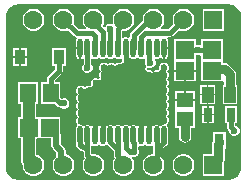
<source format=gtl>
G04*
G04 #@! TF.GenerationSoftware,Altium Limited,Altium Designer,23.2.1 (34)*
G04*
G04 Layer_Physical_Order=1*
G04 Layer_Color=255*
%FSLAX44Y44*%
%MOMM*%
G71*
G04*
G04 #@! TF.SameCoordinates,7A8B7A28-FB81-42DE-AEC7-513869FFDE84*
G04*
G04*
G04 #@! TF.FilePolarity,Positive*
G04*
G01*
G75*
%ADD15R,1.5500X1.5000*%
%ADD16R,1.4562X1.3046*%
%ADD17O,0.4500X1.6000*%
%ADD18R,1.0065X1.4082*%
%ADD19R,0.8000X1.1430*%
%ADD20R,0.9100X1.2200*%
%ADD21R,1.4000X1.5500*%
%ADD22R,1.5000X1.5500*%
%ADD31C,0.3810*%
%ADD32C,1.0160*%
%ADD33C,0.5080*%
%ADD34C,0.7620*%
%ADD35C,1.6000*%
%ADD36R,1.6000X1.6000*%
%ADD37C,0.6000*%
G36*
X264680Y222433D02*
X264817Y222430D01*
X264956Y222425D01*
X265113Y222416D01*
X265293Y222404D01*
X265468Y222389D01*
X265755Y222357D01*
X266640Y222248D01*
X268048Y221816D01*
X268733Y221532D01*
X269985Y220893D01*
X271431Y219802D01*
X272434Y218724D01*
X272885Y218136D01*
X273650Y216956D01*
X274356Y215288D01*
X274685Y213854D01*
X274782Y213119D01*
X274811Y212554D01*
X274816Y212421D01*
X274819Y212292D01*
X274821Y212082D01*
Y84389D01*
X274819Y84254D01*
X274816Y84117D01*
X274810Y83979D01*
X274802Y83821D01*
X274790Y83641D01*
X274774Y83466D01*
X274743Y83179D01*
X274634Y82294D01*
X274202Y80886D01*
X273918Y80201D01*
X273279Y78949D01*
X272188Y77503D01*
X271110Y76500D01*
X270522Y76049D01*
X269342Y75284D01*
X267673Y74578D01*
X266240Y74249D01*
X265505Y74152D01*
X264939Y74123D01*
X264807Y74118D01*
X264678Y74115D01*
X264468Y74113D01*
X85975Y74113D01*
X85840Y74115D01*
X85703Y74119D01*
X85564Y74124D01*
X85407Y74132D01*
X85227Y74145D01*
X85051Y74160D01*
X84765Y74191D01*
X83880Y74301D01*
X82472Y74732D01*
X81786Y75016D01*
X80535Y75655D01*
X79089Y76747D01*
X78086Y77824D01*
X77635Y78412D01*
X76870Y79592D01*
X76164Y81261D01*
X75835Y82695D01*
X75738Y83430D01*
X75709Y83995D01*
X75704Y84127D01*
X75701Y84256D01*
X75699Y84466D01*
X75699Y212159D01*
X75701Y212294D01*
X75704Y212432D01*
X75710Y212570D01*
X75718Y212727D01*
X75730Y212907D01*
X75746Y213083D01*
X75777Y213369D01*
X75886Y214254D01*
X76318Y215662D01*
X76602Y216348D01*
X77241Y217599D01*
X78332Y219045D01*
X79410Y220048D01*
X79998Y220499D01*
X81178Y221264D01*
X82846Y221970D01*
X84281Y222300D01*
X85015Y222396D01*
X85581Y222425D01*
X85713Y222430D01*
X85842Y222433D01*
X86052Y222435D01*
X264545D01*
X264680Y222433D01*
D02*
G37*
%LPC*%
G36*
X227280Y218820D02*
X224839D01*
X222482Y218188D01*
X220368Y216968D01*
X218642Y215242D01*
X217422Y213128D01*
X216790Y210770D01*
Y208330D01*
X217422Y205972D01*
X217598Y205666D01*
X213544Y201612D01*
X207628D01*
X207102Y202882D01*
X208078Y203858D01*
X209298Y205972D01*
X209930Y208330D01*
Y210770D01*
X209298Y213128D01*
X208078Y215242D01*
X206352Y216968D01*
X204238Y218188D01*
X201880Y218820D01*
X199440D01*
X197082Y218188D01*
X194968Y216968D01*
X193242Y215242D01*
X192022Y213128D01*
X191390Y210770D01*
Y208668D01*
X181583Y198861D01*
X180881Y197811D01*
X180635Y196572D01*
Y194716D01*
X180618Y194700D01*
X179365Y194154D01*
X178613Y194656D01*
X177240Y194929D01*
X175867Y194656D01*
X175247Y194242D01*
X173977Y194905D01*
Y200232D01*
X174040Y200280D01*
X176480D01*
X178838Y200912D01*
X180952Y202132D01*
X182678Y203858D01*
X183898Y205972D01*
X184530Y208330D01*
Y210770D01*
X183898Y213128D01*
X182678Y215242D01*
X180952Y216968D01*
X178838Y218188D01*
X176480Y218820D01*
X174039D01*
X171682Y218188D01*
X169568Y216968D01*
X167842Y215242D01*
X166622Y213128D01*
X165990Y210770D01*
Y208330D01*
X166381Y206870D01*
X165317Y205936D01*
X164679Y206200D01*
X162981D01*
X161411Y205550D01*
X160210Y204349D01*
X159876Y203543D01*
X158387Y203236D01*
X157456Y204167D01*
X158498Y205972D01*
X159130Y208330D01*
Y210770D01*
X158498Y213128D01*
X157278Y215242D01*
X155552Y216968D01*
X153438Y218188D01*
X151080Y218820D01*
X148639D01*
X146282Y218188D01*
X144168Y216968D01*
X142442Y215242D01*
X141222Y213128D01*
X140590Y210770D01*
Y208330D01*
X141222Y205972D01*
X142442Y203858D01*
X143673Y202627D01*
X143147Y201357D01*
X137231D01*
X132922Y205666D01*
X133098Y205972D01*
X133730Y208330D01*
Y210770D01*
X133098Y213128D01*
X131878Y215242D01*
X130152Y216968D01*
X128038Y218188D01*
X125680Y218820D01*
X123239D01*
X120882Y218188D01*
X118768Y216968D01*
X117042Y215242D01*
X115822Y213128D01*
X115190Y210770D01*
Y208330D01*
X115822Y205972D01*
X117042Y203858D01*
X118768Y202132D01*
X120882Y200912D01*
X123239Y200280D01*
X125680D01*
X128038Y200912D01*
X128344Y201088D01*
X133601Y195831D01*
X134651Y195129D01*
X135143Y195031D01*
X135365Y194572D01*
X135553Y193655D01*
X134924Y192713D01*
X134651Y191340D01*
Y186225D01*
X138240D01*
Y185590D01*
X138875D01*
Y176377D01*
X139613Y176524D01*
X140233Y176938D01*
X141503Y176275D01*
Y171672D01*
X141160Y171329D01*
X140510Y169759D01*
Y168061D01*
X141160Y166491D01*
X142361Y165290D01*
X143931Y164640D01*
X145629D01*
X147199Y165290D01*
X148400Y166491D01*
X149050Y168061D01*
Y169759D01*
X148400Y171329D01*
X147977Y171751D01*
Y176275D01*
X149247Y176938D01*
X149867Y176524D01*
X151240Y176251D01*
X152613Y176524D01*
X153778Y177302D01*
X153855Y177418D01*
X155125D01*
X155202Y177302D01*
X156367Y176524D01*
X157740Y176251D01*
X159113Y176524D01*
X160278Y177302D01*
X160355Y177418D01*
X161625D01*
X161702Y177302D01*
X162867Y176524D01*
X164240Y176251D01*
X165613Y176524D01*
X166707Y177255D01*
X167064Y177418D01*
X167916D01*
X168273Y177255D01*
X169367Y176524D01*
X170740Y176251D01*
X172113Y176524D01*
X172733Y176938D01*
X174003Y176275D01*
Y173849D01*
X172733Y173000D01*
X172299Y173180D01*
X170601D01*
X169031Y172530D01*
X168275Y171774D01*
X167519Y172530D01*
X165949Y173180D01*
X164251D01*
X162681Y172530D01*
X161925Y171774D01*
X161169Y172530D01*
X159599Y173180D01*
X157901D01*
X156331Y172530D01*
X155130Y171329D01*
X154480Y169759D01*
Y168061D01*
X155130Y166491D01*
X155886Y165735D01*
X155130Y164979D01*
X154480Y163409D01*
Y161711D01*
X154969Y160530D01*
X154095Y159517D01*
X152974Y159982D01*
X151275D01*
X149706Y159332D01*
X148505Y158130D01*
X147855Y156561D01*
Y154862D01*
X148038Y154421D01*
X147066Y153449D01*
X146624Y153632D01*
X144925D01*
X143356Y152982D01*
X142600Y152225D01*
X141843Y152982D01*
X140274Y153632D01*
X138575D01*
X137006Y152982D01*
X135805Y151780D01*
X135155Y150211D01*
Y148512D01*
X135805Y146943D01*
X136561Y146187D01*
X135805Y145430D01*
X135155Y143861D01*
Y142162D01*
X135805Y140593D01*
X136561Y139837D01*
X135805Y139080D01*
X135155Y137511D01*
Y135812D01*
X135805Y134243D01*
X136561Y133487D01*
X135805Y132730D01*
X135155Y131161D01*
Y129462D01*
X135805Y127893D01*
X136561Y127137D01*
X135805Y126380D01*
X135155Y124811D01*
Y123112D01*
X135805Y121543D01*
X136054Y121294D01*
X135930Y120030D01*
X135702Y119878D01*
X134924Y118713D01*
X134651Y117340D01*
Y105840D01*
X134924Y104467D01*
X135135Y104151D01*
Y103832D01*
X135381Y102593D01*
X136083Y101543D01*
X138315Y99311D01*
X139365Y98609D01*
X140604Y98363D01*
X140859D01*
X141503Y97719D01*
Y94778D01*
X141749Y93540D01*
X142451Y92490D01*
X142665Y92275D01*
X142442Y92052D01*
X141222Y89938D01*
X140590Y87580D01*
Y85140D01*
X141222Y82782D01*
X142442Y80668D01*
X144168Y78942D01*
X146282Y77722D01*
X148639Y77090D01*
X151080D01*
X153438Y77722D01*
X155552Y78942D01*
X157278Y80668D01*
X158498Y82782D01*
X159130Y85140D01*
Y87580D01*
X158498Y89938D01*
X157278Y92052D01*
X155552Y93778D01*
X153438Y94998D01*
X151080Y95630D01*
X148640D01*
X147977Y96669D01*
Y102275D01*
X149247Y102938D01*
X149867Y102524D01*
X151240Y102251D01*
X152613Y102524D01*
X153707Y103255D01*
X154064Y103418D01*
X154916D01*
X155273Y103255D01*
X156367Y102524D01*
X157740Y102251D01*
X159113Y102524D01*
X160207Y103255D01*
X160564Y103418D01*
X161416D01*
X161773Y103255D01*
X162867Y102524D01*
X163005Y102497D01*
X166943Y98559D01*
Y94739D01*
X167189Y93500D01*
X167891Y92450D01*
X168065Y92275D01*
X167842Y92052D01*
X166622Y89938D01*
X165990Y87580D01*
Y85140D01*
X166622Y82782D01*
X167842Y80668D01*
X169568Y78942D01*
X171682Y77722D01*
X174039Y77090D01*
X176480D01*
X178838Y77722D01*
X180952Y78942D01*
X182678Y80668D01*
X183898Y82782D01*
X184530Y85140D01*
Y87580D01*
X183898Y89938D01*
X182678Y92052D01*
X182078Y92652D01*
X182797Y93729D01*
X183301Y93520D01*
X184999D01*
X186569Y94170D01*
X187770Y95371D01*
X188420Y96941D01*
Y98639D01*
X187770Y100209D01*
X187387Y100591D01*
Y101985D01*
X188657Y102664D01*
X188867Y102524D01*
X190240Y102251D01*
X191613Y102524D01*
X192707Y103255D01*
X193064Y103418D01*
X193916D01*
X194273Y103255D01*
X195367Y102524D01*
X196740Y102251D01*
X198113Y102524D01*
X198733Y102938D01*
X200003Y102275D01*
Y95630D01*
X199440D01*
X197082Y94998D01*
X194968Y93778D01*
X193242Y92052D01*
X192022Y89938D01*
X191390Y87580D01*
Y85140D01*
X192022Y82782D01*
X193242Y80668D01*
X194968Y78942D01*
X197082Y77722D01*
X199440Y77090D01*
X201880D01*
X204238Y77722D01*
X206352Y78942D01*
X208078Y80668D01*
X209298Y82782D01*
X209930Y85140D01*
Y87580D01*
X209298Y89938D01*
X208078Y92052D01*
X206477Y93652D01*
Y97999D01*
X210975Y102497D01*
X211113Y102524D01*
X212278Y103302D01*
X213056Y104467D01*
X213329Y105840D01*
Y117340D01*
X213056Y118713D01*
X212427Y119655D01*
X212292Y120005D01*
X212431Y121303D01*
X213170Y122041D01*
X213820Y123611D01*
Y125309D01*
X213170Y126879D01*
X212414Y127635D01*
X213170Y128391D01*
X213820Y129961D01*
Y131659D01*
X213170Y133229D01*
X212414Y133985D01*
X213170Y134741D01*
X213820Y136311D01*
Y138009D01*
X213170Y139579D01*
X212414Y140335D01*
X213170Y141091D01*
X213820Y142661D01*
Y144359D01*
X213170Y145929D01*
X212414Y146685D01*
X213170Y147441D01*
X213820Y149011D01*
Y150709D01*
X213170Y152279D01*
X212414Y153035D01*
X213170Y153791D01*
X213820Y155361D01*
Y157059D01*
X213170Y158629D01*
X212414Y159385D01*
X213170Y160141D01*
X213820Y161711D01*
Y163409D01*
X213170Y164979D01*
X212414Y165735D01*
X213170Y166491D01*
X213820Y168061D01*
Y169759D01*
X213170Y171329D01*
X211969Y172530D01*
X210399Y173180D01*
X208701D01*
X207131Y172530D01*
X205930Y171329D01*
X205280Y169759D01*
Y168061D01*
X205463Y167619D01*
X204491Y166647D01*
X204049Y166830D01*
X202351D01*
X200781Y166180D01*
X200025Y165424D01*
X199269Y166180D01*
X197699Y166830D01*
X196001D01*
X195081Y167824D01*
X195078Y167968D01*
X195147Y168194D01*
X196434Y168797D01*
X197271Y168450D01*
X198969D01*
X200539Y169100D01*
X201740Y170301D01*
X202390Y171871D01*
Y173569D01*
X201740Y175139D01*
X201562Y175317D01*
X202221Y176454D01*
X202605Y176377D01*
Y185590D01*
X203875D01*
Y176377D01*
X204613Y176524D01*
X205778Y177302D01*
X205855Y177418D01*
X207125D01*
X207202Y177302D01*
X208367Y176524D01*
X209105Y176377D01*
Y185590D01*
X209740D01*
Y186225D01*
X213329D01*
Y191340D01*
X213056Y192713D01*
X212278Y193878D01*
X212678Y195138D01*
X214885D01*
X216124Y195384D01*
X217174Y196086D01*
X222176Y201088D01*
X222482Y200912D01*
X224839Y200280D01*
X227280D01*
X229638Y200912D01*
X231752Y202132D01*
X233478Y203858D01*
X234698Y205972D01*
X235330Y208330D01*
Y210770D01*
X234698Y213128D01*
X233478Y215242D01*
X231752Y216968D01*
X229638Y218188D01*
X227280Y218820D01*
D02*
G37*
G36*
X260730D02*
X242190D01*
Y200280D01*
X260730D01*
Y218820D01*
D02*
G37*
G36*
X100280D02*
X97839D01*
X95482Y218188D01*
X93368Y216968D01*
X91642Y215242D01*
X90422Y213128D01*
X89790Y210770D01*
Y208330D01*
X90422Y205972D01*
X91642Y203858D01*
X93368Y202132D01*
X95482Y200912D01*
X97839Y200280D01*
X100280D01*
X102638Y200912D01*
X104752Y202132D01*
X106478Y203858D01*
X107698Y205972D01*
X108330Y208330D01*
Y210770D01*
X107698Y213128D01*
X106478Y215242D01*
X104752Y216968D01*
X102638Y218188D01*
X100280Y218820D01*
D02*
G37*
G36*
X259210Y193030D02*
X241170D01*
Y189125D01*
X239900Y188277D01*
X239554Y188420D01*
X237856D01*
X237406Y188234D01*
X236350Y188939D01*
Y192920D01*
X218310D01*
Y176190D01*
X218310Y175380D01*
X218310Y174110D01*
Y166785D01*
X236350D01*
Y174110D01*
X236350Y174920D01*
X236350Y176190D01*
Y179361D01*
X237406Y180066D01*
X237856Y179880D01*
X239554D01*
X239900Y180023D01*
X241170Y179175D01*
X241170Y175490D01*
X241170Y174220D01*
Y157490D01*
X259210D01*
X260250Y156936D01*
Y154361D01*
X259128D01*
Y137739D01*
X271733D01*
Y154361D01*
X270609D01*
Y163176D01*
X270215Y165158D01*
X269093Y166839D01*
X264629Y171303D01*
X262948Y172425D01*
X260966Y172819D01*
X260108D01*
X259210Y173718D01*
X259210Y175030D01*
X259210Y176300D01*
Y193030D01*
D02*
G37*
G36*
X93610Y185170D02*
X88425D01*
Y178435D01*
X93610D01*
Y185170D01*
D02*
G37*
G36*
X87155D02*
X81970D01*
Y178435D01*
X87155D01*
Y185170D01*
D02*
G37*
G36*
X213329Y184955D02*
X210375D01*
Y176377D01*
X211113Y176524D01*
X212278Y177302D01*
X213056Y178467D01*
X213329Y179840D01*
Y184955D01*
D02*
G37*
G36*
X137605D02*
X134651D01*
Y179840D01*
X134924Y178467D01*
X135702Y177302D01*
X136867Y176524D01*
X137605Y176377D01*
Y184955D01*
D02*
G37*
G36*
X93610Y177165D02*
X88425D01*
Y170430D01*
X93610D01*
Y177165D01*
D02*
G37*
G36*
X87155D02*
X81970D01*
Y170430D01*
X87155D01*
Y177165D01*
D02*
G37*
G36*
X236350Y165515D02*
X227965D01*
Y157380D01*
X236350D01*
Y165515D01*
D02*
G37*
G36*
X226695D02*
X218310D01*
Y157380D01*
X226695D01*
Y165515D01*
D02*
G37*
G36*
X252715Y154361D02*
X247048D01*
Y146685D01*
X252715D01*
Y154361D01*
D02*
G37*
G36*
X245778D02*
X240110D01*
Y146685D01*
X245778D01*
Y154361D01*
D02*
G37*
G36*
X235881Y149151D02*
X227965D01*
Y141993D01*
X235881D01*
Y149151D01*
D02*
G37*
G36*
X226695D02*
X218779D01*
Y141993D01*
X226695D01*
Y149151D01*
D02*
G37*
G36*
X252715Y145415D02*
X247048D01*
Y137739D01*
X252715D01*
Y145415D01*
D02*
G37*
G36*
X245778D02*
X240110D01*
Y137739D01*
X245778D01*
Y145415D01*
D02*
G37*
G36*
X126310Y185170D02*
X114670D01*
Y170430D01*
X117253D01*
Y167551D01*
X111351Y161649D01*
X110649Y160599D01*
X110403Y159360D01*
Y156340D01*
X105370D01*
Y138300D01*
X117332D01*
X118923Y136709D01*
X119973Y136007D01*
X121212Y135761D01*
X121899D01*
X122701Y134959D01*
X124270Y134309D01*
X125969D01*
X127538Y134959D01*
X128739Y136160D01*
X129389Y137730D01*
Y139428D01*
X128739Y140998D01*
X127538Y142199D01*
X125969Y142849D01*
X124270D01*
X122940Y142298D01*
X121910Y143016D01*
Y156340D01*
X116877D01*
Y158019D01*
X122779Y163921D01*
X123481Y164971D01*
X123727Y166210D01*
Y170430D01*
X126310D01*
Y185170D01*
D02*
G37*
G36*
X252158Y136017D02*
X247523D01*
Y129667D01*
X252158D01*
Y136017D01*
D02*
G37*
G36*
X246253D02*
X241618D01*
Y129667D01*
X246253D01*
Y136017D01*
D02*
G37*
G36*
X252158Y128397D02*
X247523D01*
Y122047D01*
X252158D01*
Y128397D01*
D02*
G37*
G36*
X246253D02*
X241618D01*
Y122047D01*
X246253D01*
Y128397D01*
D02*
G37*
G36*
X271462Y136017D02*
X260922D01*
Y122047D01*
X262955D01*
Y118813D01*
X263201Y117575D01*
X263903Y116524D01*
X264970Y115457D01*
Y114721D01*
X265620Y113151D01*
X266821Y111950D01*
X268391Y111300D01*
X270089D01*
X271659Y111950D01*
X272860Y113151D01*
X273510Y114721D01*
Y116419D01*
X272860Y117989D01*
X271659Y119190D01*
X270089Y119840D01*
X269744D01*
X269429Y120154D01*
Y122047D01*
X271462D01*
Y136017D01*
D02*
G37*
G36*
X235881Y140723D02*
X227330D01*
X218779D01*
Y134405D01*
X218779Y133565D01*
X218779Y132295D01*
Y117549D01*
X222150D01*
Y110490D01*
X222545Y108508D01*
X223668Y106827D01*
X225348Y105705D01*
X227330Y105310D01*
X229312Y105705D01*
X230993Y106827D01*
X232115Y108508D01*
X232509Y110490D01*
Y117549D01*
X235881D01*
Y132295D01*
X235881Y133135D01*
X235881Y134405D01*
Y140723D01*
D02*
G37*
G36*
X261810Y114173D02*
X251270D01*
Y107172D01*
X250865Y106565D01*
X250470Y104583D01*
Y95630D01*
X242190D01*
Y77090D01*
X260730D01*
Y90050D01*
X260830Y90550D01*
Y100203D01*
X261810D01*
Y114173D01*
D02*
G37*
G36*
X227280Y95630D02*
X224839D01*
X222482Y94998D01*
X220368Y93778D01*
X218642Y92052D01*
X217422Y89938D01*
X216790Y87580D01*
Y85140D01*
X217422Y82782D01*
X218642Y80668D01*
X220368Y78942D01*
X222482Y77722D01*
X224839Y77090D01*
X227280D01*
X229638Y77722D01*
X231752Y78942D01*
X233478Y80668D01*
X234698Y82782D01*
X235330Y85140D01*
Y87580D01*
X234698Y89938D01*
X233478Y92052D01*
X231752Y93778D01*
X229638Y94998D01*
X227280Y95630D01*
D02*
G37*
G36*
X102910Y156340D02*
X86370D01*
Y138300D01*
X88666D01*
Y127130D01*
X86370D01*
Y109090D01*
X88666D01*
Y90280D01*
X88771Y89748D01*
X89054Y87599D01*
X89790Y85823D01*
Y85140D01*
X90422Y82782D01*
X91642Y80668D01*
X93368Y78942D01*
X95482Y77722D01*
X97839Y77090D01*
X100280D01*
X102638Y77722D01*
X104752Y78942D01*
X106478Y80668D01*
X107698Y82782D01*
X108330Y85140D01*
Y87580D01*
X107698Y89938D01*
X106478Y92052D01*
X104752Y93778D01*
X102638Y94998D01*
X101614Y95273D01*
Y108192D01*
X102512Y109090D01*
X103910Y109090D01*
X105180Y109090D01*
X114215D01*
Y102880D01*
X114511Y101393D01*
X115353Y100133D01*
X118486Y97000D01*
Y93496D01*
X117042Y92052D01*
X115822Y89938D01*
X115190Y87580D01*
Y85140D01*
X115822Y82782D01*
X117042Y80668D01*
X118768Y78942D01*
X120882Y77722D01*
X123239Y77090D01*
X125680D01*
X128038Y77722D01*
X130152Y78942D01*
X131878Y80668D01*
X133098Y82782D01*
X133730Y85140D01*
Y87580D01*
X133098Y89938D01*
X131878Y92052D01*
X130152Y93778D01*
X128038Y94998D01*
X126255Y95476D01*
Y98610D01*
X125960Y100096D01*
X125117Y101356D01*
X121985Y104489D01*
Y113150D01*
X121910Y113525D01*
Y127130D01*
X105180D01*
X104370Y127130D01*
X103100Y127130D01*
X101614D01*
Y138300D01*
X102910D01*
Y156340D01*
D02*
G37*
%LPD*%
G36*
X177875Y176377D02*
X178613Y176524D01*
X179707Y177255D01*
X180064Y177418D01*
X180916D01*
X181273Y177255D01*
X182367Y176524D01*
X183740Y176251D01*
X185113Y176524D01*
X186207Y177255D01*
X186564Y177418D01*
X187416D01*
X187773Y177255D01*
X188867Y176524D01*
X190240Y176251D01*
X191613Y176524D01*
X192233Y176938D01*
X193503Y176275D01*
Y174100D01*
X193749Y172861D01*
X193850Y172710D01*
Y171871D01*
X194353Y170657D01*
X194503Y169408D01*
X194188Y169027D01*
X194089Y168918D01*
X194081Y168915D01*
X194080Y168913D01*
X194077Y168905D01*
X193854Y168661D01*
X193856Y168625D01*
X193833Y168598D01*
X193764Y168372D01*
X193785Y168145D01*
X193703Y167932D01*
X193707Y167788D01*
X193707Y167788D01*
X193732Y167733D01*
X193849Y167469D01*
X193863Y167325D01*
X193933Y167267D01*
X194072Y166890D01*
X194992Y165896D01*
X195018Y165884D01*
X195029Y165858D01*
X195492Y165666D01*
X195947Y165456D01*
X195974Y165466D01*
X196001Y165455D01*
X197426D01*
X198490Y165014D01*
X199053Y164452D01*
X199824Y164132D01*
X200025Y164049D01*
X200997Y164452D01*
X200997Y164452D01*
X201560Y165015D01*
X202624Y165455D01*
X203776D01*
X203965Y165377D01*
X204238Y165377D01*
X204491Y165272D01*
X204743Y165377D01*
X205017Y165377D01*
X205210Y165570D01*
X205463Y165675D01*
X206435Y166647D01*
X206540Y166900D01*
X206733Y167093D01*
X206733Y167367D01*
X206838Y167619D01*
X206733Y167872D01*
X206733Y168145D01*
X206655Y168334D01*
Y169486D01*
X207095Y170550D01*
X207910Y171365D01*
X208974Y171805D01*
X210126D01*
X211190Y171365D01*
X212005Y170550D01*
X212445Y169486D01*
Y168334D01*
X212005Y167270D01*
X211442Y166707D01*
X211122Y165936D01*
X211039Y165735D01*
X211442Y164763D01*
X211442Y164763D01*
X212005Y164200D01*
X212445Y163136D01*
Y161984D01*
X212005Y160920D01*
X211442Y160357D01*
X211122Y159586D01*
X211039Y159385D01*
X211442Y158413D01*
X211442Y158413D01*
X212005Y157850D01*
X212445Y156786D01*
Y155634D01*
X212005Y154570D01*
X211442Y154007D01*
X211122Y153236D01*
X211039Y153035D01*
X211442Y152063D01*
X211442Y152063D01*
X212005Y151500D01*
X212445Y150436D01*
Y149284D01*
X212005Y148220D01*
X211442Y147657D01*
X211122Y146886D01*
X211039Y146685D01*
X211442Y145713D01*
X211442Y145713D01*
X212005Y145150D01*
X212445Y144086D01*
Y142934D01*
X212005Y141870D01*
X211442Y141307D01*
X211122Y140536D01*
X211039Y140335D01*
X211442Y139363D01*
X211442Y139363D01*
X212005Y138800D01*
X212445Y137736D01*
Y136584D01*
X212005Y135520D01*
X211442Y134957D01*
X211122Y134186D01*
X211039Y133985D01*
X211442Y133013D01*
X211442Y133013D01*
X212005Y132450D01*
X212445Y131386D01*
Y130234D01*
X212005Y129170D01*
X211442Y128607D01*
X211122Y127836D01*
X211039Y127635D01*
X211442Y126663D01*
X211442Y126663D01*
X212005Y126100D01*
X212445Y125036D01*
Y123884D01*
X212005Y122820D01*
X211459Y122275D01*
X211284Y121852D01*
X211064Y121450D01*
X210224Y120833D01*
X209740Y120929D01*
X208367Y120656D01*
X207273Y119925D01*
X206916Y119762D01*
X206064D01*
X205707Y119925D01*
X204613Y120656D01*
X203240Y120929D01*
X201867Y120656D01*
X200702Y119878D01*
X200625Y119762D01*
X199355D01*
X199278Y119878D01*
X198113Y120656D01*
X197375Y120803D01*
Y111590D01*
X196105D01*
Y120803D01*
X195367Y120656D01*
X194273Y119925D01*
X193916Y119762D01*
X193064D01*
X192707Y119925D01*
X191613Y120656D01*
X190875Y120803D01*
Y111590D01*
X189605D01*
Y120803D01*
X188867Y120656D01*
X187702Y119878D01*
X187625Y119762D01*
X186355D01*
X186278Y119878D01*
X185113Y120656D01*
X183740Y120929D01*
X182367Y120656D01*
X181273Y119925D01*
X180916Y119762D01*
X180064D01*
X179707Y119925D01*
X178613Y120656D01*
X177240Y120929D01*
X175867Y120656D01*
X174702Y119878D01*
X174625Y119762D01*
X173355D01*
X173278Y119878D01*
X172113Y120656D01*
X170740Y120929D01*
X169367Y120656D01*
X168273Y119925D01*
X167916Y119762D01*
X167064D01*
X166707Y119925D01*
X165613Y120656D01*
X164240Y120929D01*
X162867Y120656D01*
X161773Y119925D01*
X161416Y119762D01*
X160564D01*
X160207Y119925D01*
X159113Y120656D01*
X158375Y120803D01*
Y111590D01*
X157105D01*
Y120803D01*
X156367Y120656D01*
X155273Y119925D01*
X154916Y119762D01*
X154064D01*
X153707Y119925D01*
X152613Y120656D01*
X151875Y120803D01*
Y111590D01*
X150605D01*
Y120803D01*
X149867Y120656D01*
X148702Y119878D01*
X148625Y119762D01*
X147355D01*
X147278Y119878D01*
X146113Y120656D01*
X144740Y120929D01*
X143367Y120656D01*
X142273Y119925D01*
X141916Y119762D01*
X141064D01*
X140707Y119925D01*
X139613Y120656D01*
X138602Y120857D01*
X137429Y121294D01*
X137251Y121722D01*
X137117Y122166D01*
X137053Y122199D01*
X137026Y122266D01*
X136970Y122322D01*
X136529Y123386D01*
Y124537D01*
X136970Y125602D01*
X137533Y126165D01*
X137852Y126935D01*
X137936Y127137D01*
X137533Y128109D01*
X137533Y128109D01*
X136970Y128672D01*
X136529Y129736D01*
Y130887D01*
X136970Y131952D01*
X137533Y132514D01*
X137852Y133285D01*
X137936Y133487D01*
X137533Y134459D01*
X137533Y134459D01*
X136970Y135021D01*
X136529Y136086D01*
Y137238D01*
X136970Y138302D01*
X137533Y138864D01*
X137852Y139635D01*
X137936Y139837D01*
X137533Y140809D01*
X137533Y140809D01*
X136970Y141371D01*
X136529Y142436D01*
Y143588D01*
X136970Y144652D01*
X137533Y145215D01*
X137852Y145985D01*
X137936Y146187D01*
X137533Y147159D01*
X137533Y147159D01*
X136970Y147722D01*
X136529Y148786D01*
Y149937D01*
X136970Y151002D01*
X137785Y151816D01*
X138849Y152257D01*
X140001D01*
X141065Y151816D01*
X141628Y151253D01*
X142398Y150934D01*
X142600Y150850D01*
X143572Y151253D01*
X143572Y151253D01*
X144135Y151816D01*
X145199Y152257D01*
X146351D01*
X146539Y152179D01*
X146813Y152179D01*
X147066Y152074D01*
X147318Y152179D01*
X147592Y152179D01*
X147785Y152372D01*
X148038Y152477D01*
X149010Y153449D01*
X149114Y153701D01*
X149308Y153895D01*
X149308Y154168D01*
X149412Y154421D01*
X149308Y154673D01*
X149308Y154947D01*
X149229Y155136D01*
Y156287D01*
X149670Y157352D01*
X150485Y158166D01*
X151549Y158607D01*
X152701D01*
X153569Y158247D01*
X153890D01*
X154195Y158146D01*
X154396Y158247D01*
X154621D01*
X154848Y158475D01*
X155135Y158619D01*
X156009Y159631D01*
X156080Y159845D01*
X156239Y160004D01*
Y160325D01*
X156340Y160630D01*
X156239Y160831D01*
Y161056D01*
X155855Y161984D01*
Y163136D01*
X156295Y164200D01*
X156858Y164763D01*
X157178Y165534D01*
X157261Y165735D01*
X156858Y166707D01*
X156858Y166707D01*
X156295Y167270D01*
X155855Y168334D01*
Y169486D01*
X156295Y170550D01*
X157110Y171365D01*
X158174Y171805D01*
X159326D01*
X160390Y171364D01*
X160953Y170802D01*
X161724Y170482D01*
X161925Y170399D01*
X162897Y170802D01*
X162897Y170802D01*
X163460Y171365D01*
X164524Y171805D01*
X165676D01*
X166740Y171364D01*
X167303Y170802D01*
X168074Y170482D01*
X168275Y170399D01*
X169247Y170802D01*
X169247Y170802D01*
X169810Y171365D01*
X170874Y171805D01*
X172026D01*
X172207Y171730D01*
X172348D01*
X172465Y171652D01*
X172858Y171730D01*
X173259Y171730D01*
X173358Y171830D01*
X173496Y171857D01*
X174767Y172706D01*
X174845Y172823D01*
X174975Y172877D01*
X175128Y173247D01*
X175351Y173581D01*
X175324Y173719D01*
X175377Y173849D01*
Y175425D01*
X175387Y175448D01*
X176605Y176377D01*
Y185590D01*
X177875D01*
Y176377D01*
D02*
G37*
D15*
X227330Y166150D02*
D03*
Y184150D02*
D03*
X250190Y184260D02*
D03*
Y166260D02*
D03*
D16*
X227330Y125342D02*
D03*
Y141358D02*
D03*
D17*
X209740Y185590D02*
D03*
X138240Y111590D02*
D03*
X144740D02*
D03*
X151240D02*
D03*
X157740D02*
D03*
X164240D02*
D03*
X170740D02*
D03*
X177240D02*
D03*
X183740D02*
D03*
X190240D02*
D03*
X196740D02*
D03*
X203240D02*
D03*
X209740D02*
D03*
X138240Y185590D02*
D03*
X144740D02*
D03*
X151240D02*
D03*
X157740D02*
D03*
X164240D02*
D03*
X170740D02*
D03*
X177240D02*
D03*
X183740D02*
D03*
X190240D02*
D03*
X196740D02*
D03*
X203240D02*
D03*
D18*
X265430Y146050D02*
D03*
X246413D02*
D03*
D19*
X256540Y107188D02*
D03*
X246888Y129032D02*
D03*
X266192D02*
D03*
D20*
X87790Y177800D02*
D03*
X120490D02*
D03*
D21*
X113640Y147320D02*
D03*
X94640D02*
D03*
D22*
X95140Y118110D02*
D03*
X113140D02*
D03*
D31*
X196740Y123300D02*
G03*
X190500Y129540I-6240J0D01*
G01*
X190240Y111590D02*
G03*
X190500Y111850I0J260D01*
G01*
X176530Y166370D02*
G03*
X177240Y167080I0J710D01*
G01*
X157740Y124200D02*
G03*
X153670Y128270I-4070J0D01*
G01*
D02*
G03*
X151130Y125730I0J-2540D01*
G01*
X196740Y111590D02*
Y123300D01*
X190500Y111850D02*
Y129540D01*
X177240Y167080D02*
Y185590D01*
X157740Y111590D02*
Y124200D01*
X151130Y111590D02*
Y125730D01*
Y111590D02*
X151240D01*
X196740Y174100D02*
X198120Y172720D01*
X144740Y168950D02*
X144780Y168910D01*
X144740Y168950D02*
Y185590D01*
X227330Y184150D02*
X238705D01*
X250080D02*
X250190Y184260D01*
X238705Y184150D02*
X250080D01*
X196740Y174100D02*
Y185590D01*
X214885Y198375D02*
X226060Y209550D01*
X193833Y198375D02*
X214885D01*
X190372Y194914D02*
X193833Y198375D01*
X190240Y185590D02*
X190372Y185722D01*
Y194914D01*
X195029Y207218D02*
X196181D01*
X194817Y207005D02*
X195029Y207218D01*
X194305Y207005D02*
X194817D01*
X183872Y196572D02*
X194305Y207005D01*
X196181Y207218D02*
X196393Y207005D01*
X183872Y185722D02*
Y196572D01*
X183740Y185590D02*
X183872Y185722D01*
X163830Y201930D02*
X164240Y201520D01*
Y185590D02*
Y201520D01*
X149860Y207185D02*
Y209550D01*
Y207185D02*
X157740Y199305D01*
Y185590D02*
Y199305D01*
X175260Y206251D02*
Y209550D01*
X170740Y185590D02*
Y201731D01*
X175260Y206251D01*
X121212Y138998D02*
X124700D01*
X125119Y138579D01*
X113640Y146570D02*
Y147320D01*
Y146570D02*
X121212Y138998D01*
X266192Y118813D02*
X269240Y115765D01*
Y115570D02*
Y115765D01*
X266192Y118813D02*
Y129032D01*
X203240Y99340D02*
Y111590D01*
Y92239D02*
Y99340D01*
X209740Y105840D01*
Y111590D01*
X200660Y89659D02*
X203240Y92239D01*
X200660Y86360D02*
Y89659D01*
X183823Y97463D02*
X184150Y97790D01*
X180667Y97463D02*
X183823D01*
X183740Y105653D02*
Y111590D01*
Y105653D02*
X184150Y105243D01*
Y97790D02*
Y105243D01*
X177372Y100758D02*
Y111458D01*
Y100758D02*
X180667Y97463D01*
X177240Y111590D02*
X177372Y111458D01*
X170180Y94739D02*
X175260Y89659D01*
Y86360D02*
Y89659D01*
X170180Y94739D02*
Y99900D01*
X164240Y105840D02*
Y111590D01*
Y105840D02*
X170180Y99900D01*
Y94739D02*
X170740Y95299D01*
Y111590D01*
X144740Y99060D02*
Y111590D01*
Y94778D02*
Y99060D01*
X138372Y103832D02*
X140604Y101600D01*
X138372Y103832D02*
Y111458D01*
X140604Y101600D02*
X142200D01*
X144740Y99060D01*
X138240Y111590D02*
X138372Y111458D01*
X144740Y94778D02*
X149860Y89659D01*
Y86360D02*
Y89659D01*
X124460Y209550D02*
X135890Y198120D01*
X148590D02*
X151108Y195602D01*
X135890Y198120D02*
X148590D01*
X151108Y185722D02*
Y195602D01*
Y185722D02*
X151240Y185590D01*
X113640Y159360D02*
X120490Y166210D01*
Y177800D01*
X113640Y147320D02*
Y159360D01*
D32*
X95140Y90280D02*
G03*
X99060Y86360I3920J0D01*
G01*
X95140Y146820D02*
G03*
X94640Y147320I-500J0D01*
G01*
X95140Y118110D02*
Y146820D01*
Y90280D02*
Y118110D01*
D33*
X118100Y102880D02*
X122371Y98610D01*
Y88449D02*
X124460Y86360D01*
X118100Y102880D02*
Y113150D01*
X113140Y118110D02*
X118100Y113150D01*
X122371Y88449D02*
Y98610D01*
D34*
X227330Y110490D02*
Y125342D01*
X255650Y104583D02*
X256540Y105473D01*
X251460Y86360D02*
X255650Y90550D01*
Y104583D01*
X256540Y105473D02*
Y107188D01*
X265430Y146050D02*
Y163176D01*
X260966Y167640D02*
X265430Y163176D01*
X251570Y167640D02*
X260966D01*
X250190Y166260D02*
X251570Y167640D01*
D35*
X175260Y86360D02*
D03*
X149860Y209550D02*
D03*
X200660D02*
D03*
X226060D02*
D03*
X175260D02*
D03*
X124460D02*
D03*
X99060D02*
D03*
X149860Y86360D02*
D03*
X200660D02*
D03*
X226060D02*
D03*
X124460D02*
D03*
X99060D02*
D03*
D36*
X251460Y209550D02*
D03*
Y86360D02*
D03*
D37*
X152125Y155712D02*
D03*
Y149362D02*
D03*
Y123962D02*
D03*
Y130312D02*
D03*
Y136662D02*
D03*
Y143012D02*
D03*
X190500Y137160D02*
D03*
X177800Y143510D02*
D03*
X184150D02*
D03*
X190500D02*
D03*
X196850Y124460D02*
D03*
X203200D02*
D03*
X209550D02*
D03*
X196850Y130810D02*
D03*
X203200D02*
D03*
X209550D02*
D03*
X196850Y137160D02*
D03*
X203200D02*
D03*
X209550D02*
D03*
X196850Y143510D02*
D03*
X203200D02*
D03*
X209550D02*
D03*
Y168910D02*
D03*
X196850Y162560D02*
D03*
X203200D02*
D03*
X209550D02*
D03*
X196850Y156210D02*
D03*
X203200D02*
D03*
X209550D02*
D03*
X196850Y149860D02*
D03*
X203200D02*
D03*
X209550D02*
D03*
X145775Y149362D02*
D03*
Y123962D02*
D03*
Y130312D02*
D03*
Y136662D02*
D03*
Y143012D02*
D03*
X139425Y149362D02*
D03*
X227330Y110490D02*
D03*
X125119Y138579D02*
D03*
X184150Y97790D02*
D03*
X238705Y184150D02*
D03*
X269240Y115570D02*
D03*
X144780Y168910D02*
D03*
X165100Y137160D02*
D03*
X171450D02*
D03*
X158750Y143510D02*
D03*
X165100D02*
D03*
X158750Y124460D02*
D03*
X165100D02*
D03*
X171450D02*
D03*
X158750Y130810D02*
D03*
X165100D02*
D03*
X171450D02*
D03*
X158750Y137160D02*
D03*
X171450Y143510D02*
D03*
Y149860D02*
D03*
X165100D02*
D03*
X158750D02*
D03*
X198120Y172720D02*
D03*
X163830Y201930D02*
D03*
X177800Y168910D02*
D03*
X184150D02*
D03*
X190500D02*
D03*
X177800Y162560D02*
D03*
X184150D02*
D03*
X190500D02*
D03*
X177800Y156210D02*
D03*
X184150D02*
D03*
X190500D02*
D03*
X177800Y149860D02*
D03*
X184150D02*
D03*
X190500D02*
D03*
X177800Y124460D02*
D03*
X184150D02*
D03*
X190500D02*
D03*
X177800Y130810D02*
D03*
X184150D02*
D03*
X190500D02*
D03*
X177800Y137160D02*
D03*
X184150D02*
D03*
X171450Y156210D02*
D03*
X165100D02*
D03*
X158750D02*
D03*
X171450Y162560D02*
D03*
X165100D02*
D03*
X158750D02*
D03*
X171450Y168910D02*
D03*
X165100D02*
D03*
X158750D02*
D03*
X139425Y123962D02*
D03*
Y130312D02*
D03*
Y136662D02*
D03*
Y143012D02*
D03*
M02*

</source>
